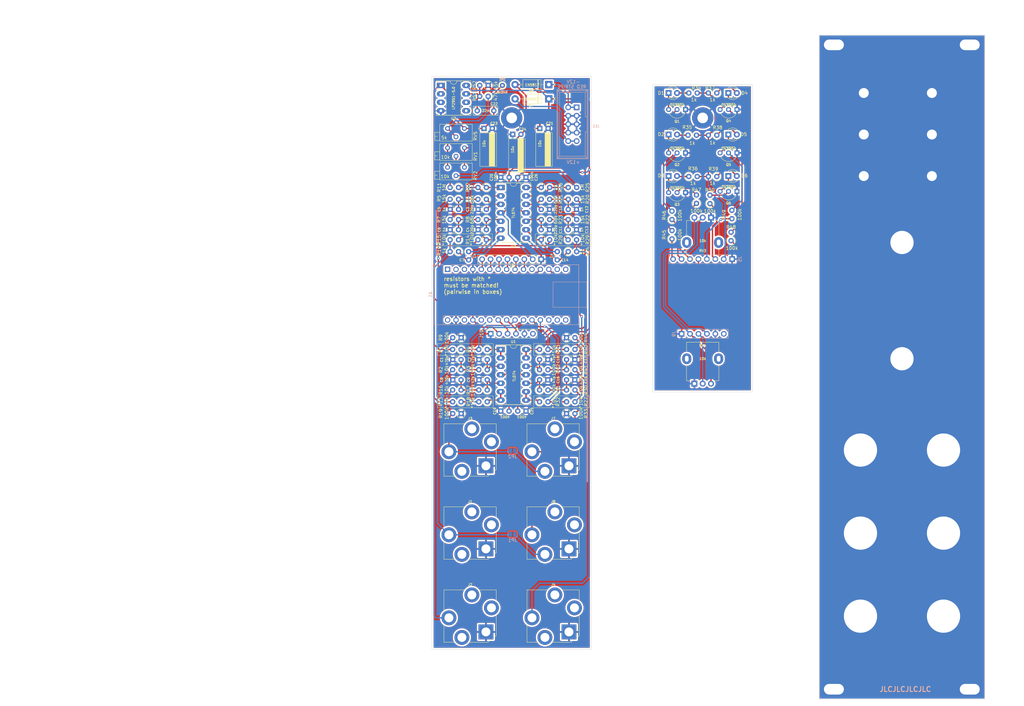
<source format=kicad_pcb>
(kicad_pcb (version 20211014) (generator pcbnew)
  (title_block (title "Freezer"))
  (layers (0 "F.Cu" signal) (31 "B.Cu" signal) (34 "B.Paste" user) (35 "F.Paste" user) (36 "B.SilkS" user "B.Silkscreen") (37 "F.SilkS" user "F.Silkscreen") (38 "B.Mask" user) (39 "F.Mask" user) (44 "Edge.Cuts" user))
  (net 0 "")
  (net 1 "GND")
  (net 2 "-12V")
  (net 3 "+12V")
  (net 12 "OC1A")
  (net 13 "OC1B")
  (net 14 "ADC0")
  (net 15 "ADC1")
  (net 19 "ADC2")
  (net 20 "ADC3")
  (net 22 "+5VA")
  (net 27 "Net-(C2-Pad2)")
  (net 28 "Net-(C5-Pad2)")
  (net 29 "Net-(D1-Pad1)")
  (net 30 "Net-(D1-Pad2)")
  (net 31 "Net-(D2-Pad1)")
  (net 32 "Net-(D2-Pad2)")
  (net 33 "Net-(D3-Pad1)")
  (net 34 "Net-(D3-Pad2)")
  (net 35 "Net-(D4-Pad1)")
  (net 36 "Net-(D4-Pad2)")
  (net 37 "Net-(C1-Pad2)")
  (net 38 "Net-(Q1-Pad2)")
  (net 39 "Net-(Q2-Pad2)")
  (net 40 "Net-(Q3-Pad2)")
  (net 41 "Net-(Q4-Pad2)")
  (net 42 "Net-(C3-Pad2)")
  (net 43 "Net-(C4-Pad2)")
  (net 44 "Net-(C6-Pad2)")
  (net 45 "Net-(C7-Pad2)")
  (net 46 "Net-(C8-Pad2)")
  (net 47 "Net-(C9-Pad2)")
  (net 48 "Net-(C10-Pad2)")
  (net 49 "Net-(C11-Pad2)")
  (net 50 "Net-(C16-Pad2)")
  (net 51 "Net-(D5-Pad1)")
  (net 53 "OUTA")
  (net 54 "OUTB")
  (net 55 "Net-(D5-Pad2)")
  (net 56 "Net-(D6-Pad1)")
  (net 57 "Net-(D6-Pad2)")
  (net 58 "Net-(D7-Pad2)")
  (net 59 "Net-(Q5-Pad2)")
  (net 60 "Net-(Q6-Pad2)")
  (net 61 "Net-(C12-Pad2)")
  (net 62 "Net-(C13-Pad2)")
  (net 63 "Net-(C14-Pad2)")
  (net 64 "Net-(C17-Pad2)")
  (net 65 "Net-(C18-Pad2)")
  (net 66 "cv_in_a")
  (net 67 "cv_in_a_aux")
  (net 68 "cv_in_b")
  (net 69 "cv_in_b_aux")
  (net 72 "pot_scale")
  (net 73 "pot_bias")
  (net 74 "pot_scale_f")
  (net 75 "pot_bias_f")
  (net 76 "Net-(C15-Pad2)")
  (net 81 "Net-(C22-Pad1)")
  (net 82 "LED1")
  (net 83 "LED2")
  (net 84 "LED3")
  (net 85 "LED4")
  (net 86 "LED5")
  (net 87 "LED6")
  (net 88 "LED1_f")
  (net 89 "LED2_f")
  (net 90 "LED3_f")
  (net 91 "LED4_f")
  (net 92 "LED5_f")
  (net 93 "LED6_f")
  (net 94 "Net-(C7-Pad1)")
  (net 95 "Net-(C14-Pad1)")
  (net 96 "Net-(D8-Pad1)")
  (net 97 "b_aux_normalled")
  (net 98 "Net-(R12-Pad1)")
  (net 99 "Net-(R11-Pad1)")
  (net 100 "Net-(R11-Pad2)")
  (net 101 "Net-(R22-Pad2)")
  (net 102 "Net-(R25-Pad1)")
  (net 103 "Net-(R25-Pad2)")
  (net 104 "Net-(R51-Pad1)")
  (net 105 "b_in_normalled")
  (net 106 "Net-(R4-Pad1)")
  (net 107 "Net-(R18-Pad1)")
  (net 108 "Net-(R43-Pad1)")
  (net 109 "Net-(R32-Pad1)")
  (footprint "Kosmo_panel:Kosmo_Jack_Hole" (layer "F.Cu") (at 152.5 205)
    (fp_text reference "REF**" hide)
    (fp_text value "Kosmo_Jack_Hole")
  )
  (footprint "ao_tht:R_Axial_DIN0207_L6.3mm_D2.5mm_P2.54mm_Vertical" (layer "F.Cu") (at 56.388 79.502)
    (fp_text reference "R21")
    (fp_text value "68k")
  )
  (footprint "ao_tht:TO-92_Inline_Wide" (layer "F.Cu") (at 115.316 77.11 180)
    (fp_text reference "Q6")
    (fp_text value "2N3904")
  )
  (footprint "ao_tht:R_Axial_DIN0207_L6.3mm_D2.5mm_P2.54mm_Vertical" (layer "F.Cu") (at 31.496 85.598 180)
    (fp_text reference "R7")
    (fp_text value "15k")
  )
  (footprint "ao_tht:R_Axial_DIN0207_L6.3mm_D2.5mm_P2.54mm_Vertical" (layer "F.Cu") (at 40.132 136.906 180)
    (fp_text reference "R17")
    (fp_text value "100k")
  )
  (footprint "ao_tht:R_Axial_DIN0207_L6.3mm_D2.5mm_P2.54mm_Vertical" (layer "F.Cu") (at 32.258 124.714 180)
    (fp_text reference "R1")
    (fp_text value "*10k")
  )
  (footprint "ao_tht:C_Disc_D3.0mm_W1.6mm_P2.50mm" (layer "F.Cu") (at 28.996 82.55)
    (fp_text reference "C5")
    (fp_text value "1n")
  )
  (footprint "ao_tht:R_Axial_DIN0207_L6.3mm_D2.5mm_P2.54mm_Vertical" (layer "F.Cu") (at 64.516 95.25)
    (fp_text reference "R24")
    (fp_text value "1k")
  )
  (footprint "ao_tht:C_Disc_D3.0mm_W1.6mm_P2.50mm" (layer "F.Cu") (at 51.796 72.898 180)
    (fp_text reference "C26")
    (fp_text value "100n")
  )
  (footprint "quantizer_panel:quantizer_panel" (layer "F.Cu") (at 165 130)
    (fp_text reference "G***")
    (fp_text value "LOGO" hide)
  )
  (footprint "ao_tht:R_Axial_DIN0207_L6.3mm_D2.5mm_P2.54mm_Vertical" (layer "F.Cu") (at 32.258 130.81 180)
    (fp_text reference "R2")
    (fp_text value "10k")
  )
  (footprint "ao_tht:R_Axial_DIN0207_L6.3mm_D2.5mm_P2.54mm_Vertical" (layer "F.Cu") (at 39.878 91.694 180)
    (fp_text reference "R14")
    (fp_text value "*10k")
  )
  (footprint "Kosmo_panel:Kosmo_Jack_Hole" (layer "F.Cu") (at 177.5 155)
    (fp_text reference "REF**" hide)
    (fp_text value "Kosmo_Jack_Hole")
  )
  (footprint "ao_tht:R_Axial_DIN0207_L6.3mm_D2.5mm_P2.54mm_Vertical" (layer "F.Cu") (at 95.758 91.44 90)
    (fp_text reference "R45")
    (fp_text value "100k")
  )
  (footprint "ao_tht:C_Disc_D3.0mm_W1.6mm_P2.50mm" (layer "F.Cu") (at 67.016 82.55 180)
    (fp_text reference "C12")
    (fp_text value "1n")
  )
  (footprint "ao_tht:R_Axial_DIN0207_L6.3mm_D2.5mm_P2.54mm_Vertical" (layer "F.Cu") (at 39.878 79.502 180)
    (fp_text reference "R6")
    (fp_text value "68k")
  )
  (footprint "LED_THT:LED_D3.0mm_FlatTop" (layer "F.Cu") (at 112.725 60)
    (fp_text reference "D5")
    (fp_text value "LED_red")
  )
  (footprint "MountingHole:MountingHole_3.2mm_M3_Pad" (layer "F.Cu") (at 47.5 55)
    (fp_text reference " ")
    (fp_text value "MountingHole_3.2mm_M3_Pad")
  )
  (footprint "ao_tht:TO-92_Inline_Wide" (layer "F.Cu") (at 99.822 52.472 180)
    (fp_text reference "Q1")
    (fp_text value "2N3904")
  )
  (footprint "ao_tht:C_Disc_D3.0mm_W1.6mm_P2.50mm" (layer "F.Cu") (at 58.888 82.55 180)
    (fp_text reference "C10")
    (fp_text value "220p")
  )
  (footprint "Kosmo_panel:Kosmo_Jack_Hole" (layer "F.Cu") (at 177.5 205)
    (fp_text reference "REF**" hide)
    (fp_text value "Kosmo_Jack_Hole")
  )
  (footprint "ao_tht:C_Disc_D3.0mm_W1.6mm_P2.50mm" (layer "F.Cu") (at 58.888 88.646 180)
    (fp_text reference "C11")
    (fp_text value "220p")
  )
  (footprint "ao_tht:DIP-8_W7.62mm_Socket_LongPads" (layer "F.Cu") (at 26.172 45.222)
    (fp_text reference "U3")
    (fp_text value "LP2951-5.0")
  )
  (footprint "ao_tht:Potentiometer_Bourns_3296Z_Horizontal" (layer "F.Cu") (at 33.264 58.166)
    (fp_text reference "RV5")
    (fp_text value "5k")
  )
  (footprint "ao_tht:R_Axial_DIN0207_L6.3mm_D2.5mm_P2.54mm_Vertical" (layer "F.Cu") (at 64.516 75.946)
    (fp_text reference "R25")
    (fp_text value "1M")
  )
  (footprint "ao_tht:C_Disc_D3.0mm_W1.6mm_P2.50mm" (layer "F.Cu") (at 44.216 72.898)
    (fp_text reference "C20")
    (fp_text value "100n")
  )
  (footprint "Kosmo_panel:Kosmo_Panel_Dual_Slotted_Mounting_Holes" (layer "F.Cu") (at 143.1 227)
    (fp_text reference "REF**" hide)
    (fp_text value "Kosmo_Panel_Dual_Slotted_Mounting_Holes")
  )
  (footprint "ao_tht:C_Disc_D3.0mm_W1.6mm_P2.50mm" (layer "F.Cu") (at 37.632 133.858)
    (fp_text reference "C9")
    (fp_text value "47p")
  )
  (footprint "ao_tht:TO-92_Inline_Wide" (layer "F.Cu") (at 115.316 65.532 180)
    (fp_text reference "Q5")
    (fp_text value "2N3904")
  )
  (footprint "ao_tht:C_Disc_D3.0mm_W1.6mm_P2.50mm" (layer "F.Cu") (at 28.976 88.646)
    (fp_text reference "C6")
    (fp_text value "1n")
  )
  (footprint "ao_tht:R_Axial_DIN0207_L6.3mm_D2.5mm_P2.54mm_Vertical" (layer "F.Cu") (at 64.516 79.502)
    (fp_text reference "R20")
    (fp_text value "15k")
  )
  (footprint "LED_THT:LED_D3.0mm_FlatTop" (layer "F.Cu") (at 94.725 72.5)
    (fp_text reference "D3")
    (fp_text value "LED_red")
  )
  (footprint "ao_tht:C_Disc_D3.0mm_W1.6mm_P2.50mm" (layer "F.Cu") (at 51.816 143.256 180)
    (fp_text reference "C25")
    (fp_text value "100n")
  )
  (footprint "ao_tht:R_Axial_DIN0207_L6.3mm_D2.5mm_P2.54mm_Vertical" (layer "F.Cu") (at 109.249 60.198 180)
    (fp_text reference "R38")
    (fp_text value "1k")
  )
  (footprint "ao_tht:Jack_6.35mm_PJ_629HAN" (layer "F.Cu") (at 35 180)
    (fp_text reference "J1")
    (fp_text value "cv_in_a")
  )
  (footprint "Kosmo_panel:Kosmo_LED_3mm" (layer "F.Cu") (at 174 47.5)
    (fp_text reference "REF**" hide)
    (fp_text value "Kosmo_3mm_LED")
  )
  (footprint "ao_tht:TO-92_Inline_Wide" (layer "F.Cu") (at 99.822 77.47 180)
    (fp_text reference "Q3")
    (fp_text value "2N3904")
  )
  (footprint "ao_tht:R_Axial_DIN0207_L6.3mm_D2.5mm_P2.54mm_Vertical" (layer "F.Cu") (at 64.487 91.694)
    (fp_text reference "R29")
    (fp_text value "*10k")
  )
  (footprint "ao_tht:R_Axial_DIN0207_L6.3mm_D2.5mm_P2.54mm_Vertical" (layer "F.Cu") (at 56.388 85.598)
    (fp_text reference "R23")
    (fp_text value "68k")
  )
  (footprint "ao_tht:R_Axial_DIN0207_L6.3mm_D2.5mm_P2.54mm_Vertical" (layer "F.Cu") (at 40.415 48.514 180)
    (fp_text reference "R51")
    (fp_text value "47k")
  )
  (footprint "MountingHole:MountingHole_3.2mm_M3_Pad" (layer "F.Cu") (at 105 55)
    (fp_text reference " ")
    (fp_text value "MountingHole_3.2mm_M3_Pad")
  )
  (footprint "ao_tht:CP_Radial_horizontalflat_D5mm_P2.50mm_H10mm_south" (layer "F.Cu") (at 55.967621 58.166)
    (fp_text reference "C21")
    (fp_text value "10u")
  )
  (footprint "ao_tht:R_Axial_DIN0207_L6.3mm_D2.5mm_P2.54mm_Vertical" (layer "F.Cu") (at 113.538 91.948 90)
    (fp_text reference "R48")
    (fp_text value "100k")
  )
  (footprint "ao_tht:R_Axial_DIN0207_L6.3mm_D2.5mm_P2.54mm_Vertical" (layer "F.Cu") (at 40.132 124.714 180)
    (fp_text reference "R4")
    (fp_text value "*10k")
  )
  (footprint "ao_tht:R_Axial_DIN0207_L6.3mm_D2.5mm_P2.54mm_Vertical" (layer "F.Cu") (at 113.792 85.344 90)
    (fp_text reference "R49")
    (fp_text value "100k")
  )
  (footprint "ao_tht:C_Disc_D3.0mm_W1.6mm_P2.50mm" (layer "F.Cu") (at 44.196 143.256)
    (fp_text reference "C19")
    (fp_text value "100n")
  )
  (footprint "ao_tht:CP_Radial_horizontalflat_D5mm_P2.50mm_H10mm_south" (layer "F.Cu") (at 47.792 59.944)
    (fp_text reference "C24")
    (fp_text value "10u")
  )
  (footprint "ao_tht:R_Axial_DIN0207_L6.3mm_D2.5mm_P2.54mm_Vertical" (layer "F.Cu") (at 31.496 79.502 180)
    (fp_text reference "R5")
    (fp_text value "15k")
  )
  (footprint "ao_tht:R_Axial_DIN0207_L6.3mm_D2.5mm_P2.54mm_Vertical" (layer "F.Cu") (at 55.88 140.462)
    (fp_text reference "R32")
    (fp_text value "*10k")
  )
  (footprint "ao_tht:R_Axial_DIN0207_L6.3mm_D2.5mm_P2.54mm_Vertical" (layer "F.Cu") (at 40.132 140.462 180)
    (fp_text reference "R18")
    (fp_text value "*10k")
  )
  (footprint "ao_tht:CP_Radial_horizontalflat_D5mm_P2.50mm_H10mm_south" (layer "F.Cu") (at 39.156 58.166)
    (fp_text reference "C23")
    (fp_text value "10u")
  )
  (footprint "Connector_PinSocket_2.54mm:PinSocket_1x08_P2.54mm_Vertical" (layer "F.Cu") (at 56.373 97.561 -90)
    (fp_text reference "J6")
    (fp_text value "Conn_01x08_Female")
  )
  (footprint "ao_tht:R_Axial_DIN0207_L6.3mm_D2.5mm_P2.54mm_Vertical" (layer "F.Cu") (at 100.809 47.498)
    (fp_text reference "R34")
    (fp_text value "1k")
  )
  (footprint "LED_THT:LED_D3.0mm_FlatTop" (layer "F.Cu") (at 112.725 47.5)
    (fp_text reference "D4")
    (fp_text value "LED_red")
  )
  (footprint "ao_tht:R_Axial_DIN0207_L6.3mm_D2.5mm_P2.54mm_Vertical" (layer "F.Cu") (at 64.008 124.714)
    (fp_text reference "R40")
    (fp_text value "*10k")
  )
  (footprint "Kosmo_panel:Kosmo_LED_3mm" (layer "F.Cu") (at 174 72.5)
    (fp_text reference "REF**" hide)
    (fp_text value "Kosmo_3mm_LED")
  )
  (footprint "Kosmo_panel:Kosmo_Panel_Dual_Slotted_Mounting_Holes" (layer "F.Cu") (at 184 227)
    (fp_text reference "REF**" hide)
    (fp_text value "Kosmo_Panel_Dual_Slotted_Mounting_Holes")
  )
  (footprint "ao_tht:C_Disc_D3.0mm_W1.6mm_P2.50mm" (layer "F.Cu") (at 29.758 133.858)
    (fp_text reference "C8")
    (fp_text value "470p")
  )
  (footprint "ao_tht:R_Axial_DIN0207_L6.3mm_D2.5mm_P2.54mm_Vertical" (layer "F.Cu") (at 40.415 45.212 180)
    (fp_text reference "R52")
    (fp_text value "15k")
  )
  (footprint "ao_tht:R_Axial_DIN0207_L6.3mm_D2.5mm_P2.54mm_Vertical" (layer "F.Cu") (at 32.287 144.018 180)
    (fp_text reference "R19")
    (fp_text value "100k")
  )
  (footprint "ao_tht:TestPoint_THTPad_D1.5mm_Drill0.7mm" (layer "F.Cu") (at 44.704 45.212)
    (fp_text reference "TP1")
    (fp_text value "5.34V")
  )
  (footprint "ao_tht:D_DO-41_SOD81_P10.16mm_Horizontal" (layer "F.Cu") (at 58.674 49.276 180)
    (fp_text reference "D7")
    (fp_text value "1N5817")
  )
  (footprint "ao_tht:R_Axial_DIN0207_L6.3mm_D2.5mm_P2.54mm_Vertical" (layer "F.Cu") (at 40.132 130.81 180)
    (fp_text reference "R3")
    (fp_text value "100k")
  )
  (footprint "LED_THT:LED_D3.0mm_FlatTop" (layer "F.Cu") (at 94.725 60)
    (fp_text reference "D2")
    (fp_text value "LED_red")
  )
  (footprint "ao_tht:R_Axial_DIN0207_L6.3mm_D2.5mm_P2.54mm_Vertical" (layer "F.Cu") (at 95.758 85.598 90)
    (fp_text reference "R46")
    (fp_text value "100k")
  )
  (footprint "LED_THT:LED_D3.0mm_FlatTop" (layer "F.Cu") (at 94.725 47.5)
    (fp_text reference "D1")
    (fp_text value "LED_red")
  )
  (footprint "ao_tht:C_Disc_D3.0mm_W1.6mm_P2.50mm" (layer "F.Cu") (at 58.38 127.762 180)
    (fp_text reference "C18")
    (fp_text value "47p")
  )
  (footprint "Kosmo_panel:Kosmo_Jack_Hole" (layer "F.Cu") (at 152.5 155)
    (fp_text reference "REF**" hide)
    (fp_text value "Kosmo_Jack_Hole")
  )
  (footprint "ao_tht:R_Axial_DIN0207_L6.3mm_D2.5mm_P2.54mm_Vertical" (layer "F.Cu") (at 64.008 144.018)
    (fp_text reference "R33")
    (fp_text value "100k")
  )
  (footprint "ao_tht:DIP-14_W7.62mm_Socket_LongPads" (layer "F.Cu") (at 44.196 124.714)
    (fp_text reference "U1")
    (fp_text value "TL074")
  )
  (footprint "ao_tht:Potentiometer_Alpha_RD901F-40-00D_Single_Vertical_centered" (layer "F.Cu") (at 105 127.5 90)
    (fp_text reference "RV4")
    (fp_text value "10k")
  )
  (footprint "ao_tht:R_Axial_DIN0207_L6.3mm_D2.5mm_P2.54mm_Vertical" (layer "F.Cu") (at 31.496 75.946 180)
    (fp_text reference "R11")
    (fp_text value "1M")
  )
  (footprint "ao_tht:R_Axial_DIN0207_L6.3mm_D2.5mm_P2.54mm_Vertical" (layer "F.Cu") (at 32.258 140.462 180)
    (fp_text reference "R13")
    (fp_text value "*10k")
  )
  (footprint "ao_tht:C_Disc_D3.0mm_W1.6mm_P2.50mm" (layer "F.Cu") (at 37.632 127.762)
    (fp_text reference "C2")
    (fp_text value "47p")
  )
  (footprint "ao_tht:R_Axial_DIN0207_L6.3mm_D2.5mm_P2.54mm_Vertical" (layer "F.Cu") (at 31.496 91.694 180)
    (fp_text reference "R15")
    (fp_text value "*10k")
  )
  (footprint "ao_tht:C_Disc_D3.0mm_W1.6mm_P2.50mm" (layer "F.Cu") (at 58.38 133.858 180)
    (fp_text reference "C16")
    (fp_text value "47p")
  )
  (footprint "ao_tht:Jack_6.35mm_PJ_629HAN" (layer "F.Cu") (at 60 155)
    (fp_text reference "J7")
    (fp_text value "cv_in_b_aux")
  )
  (footprint "ao_tht:R_Axial_DIN0207_L6.3mm_D2.5mm_P2.54mm_Vertical" (layer "F.Cu") (at 32.258 136.906 180)
    (fp_text reference "R16")
    (fp_text value "10k")
  )
  (footprint "Kosmo_panel:Kosmo_LED_3mm" (layer "F.Cu") (at 174 60)
    (fp_text reference "REF**" hide)
    (fp_text value "Kosmo_3mm_LED")
  )
  (footprint "Kosmo_panel:Kosmo_Pot_Hole" (layer "F.Cu") (at 165 92.5)
    (fp_text reference "REF**" hide)
    (fp_text value "Kosmo_Pot_Hole")
  )
  (footprint "ao_tht:C_Disc_D3.0mm_W1.6mm_P2.50mm" (layer "F.Cu") (at 29.758 127.762)
    (fp_text reference "C1")
    (fp_text value "470p")
  )
  (footprint "ao_tht:DIP-14_W7.62mm_Socket_LongPads" (layer "F.Cu") (at 44.206 75.946)
    (fp_text reference "U2")
    (fp_text value "TL074")
  )
  (footprint "Kosmo_panel:Kosmo_Jack_Hole" (layer "F.Cu") (at 152.5 180)
    (fp_text reference "REF**" hide)
    (fp_text value "Kosmo_Jack_Hole")
  )
  (footprint "Kosmo_panel:Kosmo_Pot_Hole" (layer "F.Cu") (at 165 127.5)
    (fp_text reference "REF**" hide)
    (fp_text value "Kosmo_Pot_Hole")
  )
  (footprint "ao_tht:R_Axial_DIN0207_L6.3mm_D2.5mm_P2.54mm_Vertical" (layer "F.Cu") (at 64.008 140.462)
    (fp_text reference "R27")
    (fp_text value "*10k")
  )
  (footprint "Kosmo_panel:Kosmo_LED_3mm" (layer "F.Cu") (at 153.5 60)
    (fp_text reference "REF**" hide)
    (fp_text value "Kosmo_3mm_LED")
  )
  (footprint "Kosmo_panel:Kosmo_LED_3mm" (layer "F.Cu") (at 153.5 47.5)
    (fp_text reference "REF**" hide)
    (fp_text value "Kosmo_3mm_LED")
  )
  (footprint "ao_tht:R_Axial_DIN0207_L6.3mm_D2.5mm_P2.54mm_Vertical" (layer "F.Cu") (at 55.88 136.906)
    (fp_text reference "R31")
    (fp_text value "100k")
  )
  (footprint "ao_tht:R_Axial_DIN0207_L6.3mm_D2.5mm_P2.54mm_Vertical" (layer "F.Cu") (at 55.88 130.81)
    (fp_text reference "R42")
    (fp_text value "100k")
  )
  (footprint "ao_tht:R_Axial_DIN0207_L6.3mm_D2.5mm_P2.54mm_Vertical" (layer "F.Cu") (at 100.809 72.644)
    (fp_text reference "R36")
    (fp_text value "1k")
  )
  (footprint "ao_tht:R_Axial_DIN0207_L6.3mm_D2.5mm_P2.54mm_Vertical" (layer "F.Cu") (at 32.287 121.158 180)
    (fp_text reference "R9")
    (fp_text value "100k")
  )
  (footprint "ao_tht:Jack_6.35mm_PJ_629HAN" (layer "F.Cu") (at 60 180)
    (fp_text reference "J8")
    (fp_text value "cv_in_b")
  )
  (footprint "ao_tht:R_Axial_DIN0207_L6.3mm_D2.5mm_P2.54mm_Vertical" (layer "F.Cu") (at 109.249 72.644 180)
    (fp_text reference "R39")
    (fp_text value "1k")
  )
  (footprint "LED_THT:LED_D3.0mm_FlatTop" (layer "F.Cu") (at 112.725 72.5)
    (fp_text reference "D6")
    (fp_text value "LED_red")
  )
  (footprint "ao_tht:R_Axial_DIN0207_L6.3mm_D2.5mm_P2.54mm_Vertical" (layer "F.Cu") (at 39.878 75.946 180)
    (fp_text reference "R12")
    (fp_text value "1k")
  )
  (footprint "ao_tht:R_Axial_DIN0207_L6.3mm_D2.5mm_P2.54mm_Vertical" (layer "F.Cu") (at 64.008 136.906)
    (fp_text reference "R30")
    (fp_text value "10k")
  )
  (footprint "ao_tht:R_Axial_DIN0207_L6.3mm_D2.5mm_P2.54mm_Vertical" (layer "F.Cu") (at 107.188 80.801 90)
    (fp_text reference "R50")
    (fp_text value "100k")
  )
  (footprint "ao_tht:R_Axial_DIN0207_L6.3mm_D2.5mm_P2.54mm_Vertical" (layer "F.Cu") (at 109.249 47.498 180)
    (fp_text reference "R37")
    (fp_text value "1k")
  )
  (footprint "Kosmo_panel:Kosmo_LED_3mm" (layer "F.Cu") (at 153.5 72.5)
    (fp_text reference "REF**" hide)
    (fp_text value "Kosmo_3mm_LED")
  )
  (footprint "ao_tht:R_Axial_DIN0207_L6.3mm_D2.5mm_P2.54mm_Vertical" (layer "F.Cu") (at 64.008 130.81)
    (fp_text reference "R41")
    (fp_text value "10k")
  )
  (footprint "ao_tht:Jack_6.35mm_PJ_629HAN" (layer "F.Cu") (at 35 205)
    (fp_text reference "J2")
    (fp_text value "cv_out_a")
  )
  (footprint "ao_tht:R_Axial_DIN0207_L6.3mm_D2.5mm_P2.54mm_Vertical" (layer "F.Cu") (at 55.88 124.714)
    (fp_text reference "R43")
    (fp_text value "*10k")
  )
  (footprint "ao_tht:Jack_6.35mm_PJ_629HAN" (layer "F.Cu") (at 60 205)
    (fp_text reference "J4")
    (fp_text value "cv_out_b")
  )
  (footprint "ao_tht:Potentiometer_Bourns_3296Z_Horizontal" (layer "F.Cu") (at 33.274 64.008)
    (fp_text reference "RV1")
    (fp_text value "10k")
  )
  (footprint "ao_tht:R_Axial_DIN0207_L6.3mm_D2.5mm_P2.54mm_Vertical" (layer "F.Cu") (at 64.008 121.158)
    (fp_text reference "R44")
    (fp_text value "100k")
  )
  (footprint "ao_tht:R_Axial_DIN0207_L6.3mm_D2.5mm_P2.54mm_Vertical" (layer "F.Cu") (at 31.496 95.25 180)
    (fp_text reference "R10")
    (fp_text value "1k")
  )
  (footprint "ao_tht:R_Axial_DIN0207_L6.3mm_D2.5mm_P2.54mm_Vertical" (layer "F.Cu") (at 56.388 75.946)
    (fp_text reference "R26")
    (fp_text value "1k")
  )
  (footprint "ao_tht:C_Disc_D3.0mm_W1.6mm_P2.50mm" (layer "F.Cu") (at 34.544 97.75 90)
    (fp_text reference "C7")
    (fp_text value "1n")
  )
  (footprint "ao_tht:R_Axial_DIN0207_L6.3mm_D2.5mm_P2.54mm_Vertical" (layer "F.Cu") (at 64.516 85.598)
    (fp_text reference "R22")
    (fp_text value "15k")
  )
  (footprint "ao_tht:C_Disc_D3.0mm_W1.6mm_P2.50mm" (layer "F.Cu") (at 61.214 97.75 90)
    (fp_text reference "C14")
    (fp_text value "1n")
  )
  (footprint "ao_tht:R_Axial_DIN0207_L6.3mm_D2.5mm_P2.54mm_Vertical" (layer "F.Cu") (at 56.388 91.694)
    (fp_text reference "R28")
    (fp_text value "*10k")
  )
  (footprint "ao_tht:Jack_6.35mm_PJ_629HAN" (layer "F.Cu") (at 35 155)
    (fp_text reference "J3")
    (fp_text value "cv_in_a_aux")
  )
  (footprint "ao_tht:R_Axial_DIN0207_L6.3mm_D2.5mm_P2.54mm_Vertical" (layer "F.Cu") (at 39.878 85.598 180)
    (fp_text reference "R8")
    (fp_text value "68k")
  )
  (footprint "Connector_PinSocket_2.54mm:PinSocket_1x06_P2.54mm_Vertical" (layer "F.Cu") (at 41.175 119.975 90)
    (fp_text reference "J10")
    (fp_text value "Conn_01x06_Female")
  )
  (footprint "ao_tht:C_Rect_L7.2mm_W2.5mm_P5.00mm_FKS2_FKP2_MKS2_MKP2" (layer "F.Cu") (at 37.124 52.832)
    (fp_text reference "C22")
    (fp_text value "22n")
  )
  (footprint "ao_tht:C_Disc_D3.0mm_W1.6mm_P2.50mm" (layer "F.Cu") (at 66.508 133.858 180)
    (fp_text reference "C15")
    (fp_text value "470p")
  )
  (footprint "ao_tht:R_Axial_DIN0207_L6.3mm_D2.5mm_P2.54mm_Vertical" (layer "F.Cu") (at 103.124 80.743 90)
    (fp_text reference "R47")
    (fp_text value "100k")
  )
  (footprint "ao_tht:Potentiometer_Bourns_3296Z_Horizontal" (layer "F.Cu") (at 33.272 69.87)
    (fp_text reference "RV2")
    (fp_text value "10k")
  )
  (footprint "ao_tht:C_Disc_D3.0mm_W1.6mm_P2.50mm" (layer "F.Cu") (at 66.508 127.762 180)
    (fp_text reference "C17")
    (fp_text value "470p")
  )
  (footprint "ao_tht:TO-92_Inline_Wide" (layer "F.Cu") (at 99.822 65.532 180)
    (fp_text reference "Q2")
    (fp_text value "2N3904")
  )
  (footprint "ao_tht:R_Axial_DIN0207_L6.3mm_D2.5mm_P2.54mm_Vertical" (layer "F.Cu") (at 100.584 60.198)
    (fp_text reference "R35")
    (fp_text value "1k")
  )
  (footprint "ao_tht:C_Disc_D3.0mm_W1.6mm_P2.50mm" (layer "F.Cu") (at 67.016 88.646 180)
    (fp_text reference "C13")
    (fp_text value "1n")
  )
  (footprint "Kosmo_panel:Kosmo_Jack_Hole" (layer "F.Cu") (at 177.5 180)
    (fp_text reference "REF**" hide)
    (fp_text value "Kosmo_Jack_Hole")
  )
  (footprint "ao_tht:TO-92_Inline_Wide" (layer "F.Cu") (at 115.316 52.472 180)
    (fp_text reference "Q4")
    (fp_text value "2N3904")
  )
  (footprint "ao_tht:D_DO-41_SOD81_P10.16mm_Horizontal" (layer "F.Cu") (at 58.674 44.958 180)
    (fp_text reference "D8")
    (fp_text value "1N5817")
  )
  (footprint "ao_tht:C_Disc_D3.0mm_W1.6mm_P2.50mm" (layer "F.Cu") (at 37.378 82.55)
    (fp_text reference "C3")
    (fp_text value "220p")
  )
  (footprint "ao_tht:Potentiometer_Alpha_RD901F-40-00D_Single_Vertical_centered" (layer "F.Cu") (at 105 92.5 -90)
    (fp_text reference "RV3")
    (fp_text value "10k")
  )
  (footprint "ao_tht:C_Disc_D3.0mm_W1.6mm_P2.50mm" (layer "F.Cu") (at 37.378 88.646)
    (fp_text reference "C4")
    (fp_text value "220p")
  )
  (footprint "Jumper:SolderJumper-2_P1.3mm_Open_RoundedPad1.0x1.5mm" (layer "B.Cu") (at 47.752 180.34)
    (fp_text reference "JP1")
    (fp_text value "SolderJumper_2_Open")
  )
  (footprint "Connector_PinHeader_2.54mm:PinHeader_1x06_P2.54mm_Vertical" (layer "B.Cu") (at 98.65 120 -90)
    (fp_text reference "J9")
    (fp_text value "Conn_01x06_Male")
  )
  (footprint "Module:Arduino_Nano" (layer "B.Cu") (at 28.194 100.594 -90)
    (fp_text reference "A1")
    (fp_text value "Arduino_Nano_v3.x")
  )
  (footprint "Connector_PinHeader_2.54mm:PinHeader_1x08_P2.54mm_Vertical" (layer "B.Cu") (at 113.875 97.5 90)
    (fp_text reference "J5")
    (fp_text value "Conn_01x08_Male")
  )
  (footprint "Jumper:SolderJumper-2_P1.3mm_Open_RoundedPad1.0x1.5mm" (layer "B.Cu") (at 47.752 155.194)
    (fp_text reference "JP2")
    (fp_text value "SolderJumper_2_Open")
  )
  (footprint "ao_tht:Power_Header" (layer "B.Cu") (at 67.056 51.816 180)
    (fp_text reference "J11")
    (fp_text value "Synth_power_2x5")
  )
  (gr_rect (start 54.61 89.916) (end 71.374 93.472) (layer "F.SilkS") (width 0.1) (fill none))
  (gr_rect (start 54.102 138.684) (end 70.866 142.24) (layer "F.SilkS") (width 0.1) (fill none))
  (gr_rect (start 24.892 89.916) (end 41.656 93.472) (layer "F.SilkS") (width 0.1) (fill none))
  (gr_rect (start 25.146 138.684) (end 41.91 142.24) (layer "F.SilkS") (width 0.1) (fill none))
  (gr_rect (start 54.102 122.936) (end 70.866 126.492) (layer "F.SilkS") (width 0.1) (fill none))
  (gr_rect (start 25.146 122.936) (end 41.91 126.492) (layer "F.SilkS") (width 0.1) (fill none))
  (gr_line (start 120 137.5) (end 90 137.5) (layer "Edge.Cuts") (width 0.1))
  (gr_line (start 71.5 215) (end 23.5 215) (layer "Edge.Cuts") (width 0.1))
  (gr_line (start 23.5 42.5) (end 23.5 215) (layer "Edge.Cuts") (width 0.1))
  (gr_line (start 71.5 42.5) (end 23.5 42.5) (layer "Edge.Cuts") (width 0.1))
  (gr_line (start 71.5 42.5) (end 71.5 215) (layer "Edge.Cuts") (width 0.1))
  (gr_line (start 190 30) (end 190 230) (layer "Edge.Cuts") (width 0.1))
  (gr_line (start 190 30) (end 140 30) (layer "Edge.Cuts") (width 0.1))
  (gr_line (start 120 45) (end 90 45) (layer "Edge.Cuts") (width 0.1))
  (gr_line (start 90 45) (end 90 137.5) (layer "Edge.Cuts") (width 0.1))
  (gr_line (start 120 45) (end 120 137.5) (layer "Edge.Cuts") (width 0.1))
  (gr_line (start 140 230) (end 190 230) (layer "Edge.Cuts") (width 0.1))
  (gr_line (start 140 30) (end 140 230) (layer "Edge.Cuts") (width 0.1))
  (gr_text "JLCJLCJLCJLC" (at 166 227) (layer "B.SilkS") (effects (font (size 1.5 1.5) (thickness 0.3))))
  (gr_text "resistors with * \nmust be matched!\n(pairwise in boxes)" (at 26.924 105.41) (layer "F.SilkS") (effects (font (size 1.2 1.2) (thickness 0.2)) (justify left)))
  (segment (start 49.296 81.808) (end 49.296 72.898) (width 0.4) (layer "F.Cu") (net 2))
  (segment (start 56.388 122.428) (end 50.292 122.428) (width 0.4) (layer "F.Cu") (net 2))
  (segment (start 50.292 59.944) (end 51.816 58.42) (width 0.4) (layer "F.Cu") (net 2))
  (segment (start 28.194 62.992) (end 29.21 61.976) (width 0.4) (layer "F.Cu") (net 2))
  (segment (start 69.85 119.38) (end 59.436 119.38) (width 0.4) (layer "F.Cu") (net 2))
  (segment (start 70.866 70.612) (end 70.866 50.038) (width 0.4) (layer "F.Cu") (net 2))
  (segment (start 49.316 123.484) (end 49.316 129.246) (width 0.4) (layer "F.Cu") (net 2))
  (segment (start 70.866 118.364) (end 69.85 119.38) (width 0.4) (layer "F.Cu") (net 2))
  (segment (start 68.759 71.374) (end 50.82 71.374) (width 0.4) (layer "F.Cu") (net 2))
  (segment (start 70.866 70.612) (end 70.866 118.364) (width 0.4) (layer "F.Cu") (net 2))
  (segment (start 28.194 64.008) (end 28.194 69.868) (width 0.4) (layer "F.Cu") (net 2))
  (segment (start 51.816 48.26) (end 48.514 44.958) (width 0.4) (layer "F.Cu") (net 2))
  (segment (start 68.072 47.244) (end 55.372 47.244) (width 0.4) (layer "F.Cu") (net 2))
  (segment (start 51.826 83.566) (end 51.054 83.566) (width 0.4) (layer "F.Cu") (net 2))
  (segment (start 53.086 44.958) (end 48.514 44.958) (width 0.4) (layer "F.Cu") (net 2))
  (segment (start 50.82 71.374) (end 49.296 72.898) (width 0.4) (layer "F.Cu") (net 2))
  (segment (start 68.7965 71.4115) (end 68.759 71.374) (width 0.4) (layer "F.Cu") (net 2))
  (segment (start 55.372 47.244) (end 53.086 44.958) (width 0.4) (layer "F.Cu") (net 2))
  (segment (start 51.816 58.42) (end 51.816 48.26) (width 0.4) (layer "F.Cu") (net 2))
  (segment (start 59.436 119.38) (end 56.388 122.428) (width 0.4) (layer "F.Cu") (net 2))
  (segment (start 29.21 61.976) (end 48.26 61.976) (width 0.4) (layer "F.Cu") (net 2))
  (segment (start 49.316 131.104) (end 49.316 129.246) (width 0.4) (layer "F.Cu") (net 2))
  (segment (start 28.194 69.868) (end 28.192 69.87) (width 0.4) (layer "F.Cu") (net 2))
  (segment (start 50.292 122.428) (end 49.276 123.444) (width 0.4) (layer "F.Cu") (net 2))
  (segment (start 28.194 64.008) (end 28.194 62.992) (width 0.4) (layer "F.Cu") (net 2))
  (segment (start 51.054 83.566) (end 49.296 81.808) (width 0.4) (layer "F.Cu") (net 2))
  (segment (start 51.816 132.334) (end 50.546 132.334) (width 0.4) (layer "F.Cu") (net 2))
  (segment (start 70.866 50.038) (end 68.072 47.244) (width 0.4) (layer "F.Cu") (net 2))
  (segment (start 48.26 61.976) (end 50.292 59.944) (width 0.4) (layer "F.Cu") (net 2))
  (segment (start 49.316 143.256) (end 49.316 129.246) (width 0.4) (layer "F.Cu") (net 2))
  (segment (start 50.546 132.334) (end 49.316 131.104) (width 0.4) (layer "F.Cu") (net 2))
  (segment (start 49.276 123.444) (end 49.316 123.484) (width 0.4) (layer "F.Cu") (net 2))
  (via (at 68.7965 71.4115) (size 0.8) (drill 0.4) (layers "F.Cu" "B.Cu") (net 2))
  (via (at 70.866 70.612) (size 0.8) (drill 0.4) (layers "F.Cu" "B.Cu") (net 2))
  (segment (start 70.866 70.612) (end 70.0665 71.4115) (width 0.4) (layer "B.Cu") (net 2))
  (segment (start 70.0665 71.4115) (end 68.7965 71.4115) (width 0.4) (layer "B.Cu") (net 2))
  (segment (start 44.958 83.566) (end 46.736 81.788) (width 0.4) (layer "F.Cu") (net 3))
  (segment (start 48.006 70.104) (end 46.716 71.394) (width 0.4) (layer "F.Cu") (net 3))
  (segment (start 46.696 143.256) (end 46.696 129.5) (width 0.4) (layer "F.Cu") (net 3))
  (segment (start 49.53 121.666) (end 55.626 121.666) (width 0.4) (layer "F.Cu") (net 3))
  (segment (start 106.709 60.198) (end 108.712 58.195) (width 0.4) (layer "F.Cu") (net 3))
  (segment (start 55.626 121.666) (end 58.928 118.364) (width 0.4) (layer "F.Cu") (net 3))
  (segment (start 69.088 70.104) (end 48.006 70.104) (width 0.4) (layer "F.Cu") (net 3))
  (segment (start 69.596 117.602) (end 69.596 70.612) (width 0.4) (layer "F.Cu") (net 3))
  (segment (start 58.674 49.276) (end 68.58 49.276) (width 0.4) (layer "F.Cu") (net 3))
  (segment (start 58.674 54.189621) (end 55.967621 56.896) (width 0.4) (layer "F.Cu") (net 3))
  (segment (start 103.349 47.498) (end 106.709 47.498) (width 0.4) (layer "F.Cu") (net 3))
  (segment (start 68.58 49.276) (end 69.596 50.292) (width 0.4) (layer "F.Cu") (net 3))
  (segment (start 44.206 83.566) (end 44.958 83.566) (width 0.4) (layer "F.Cu") (net 3))
  (segment (start 55.967621 56.896) (end 55.967621 58.166) (width 0.4) (layer "F.Cu") (net 3))
  (segment (start 108.712 58.195) (end 108.712 49.501) (width 0.4) (layer "F.Cu") (net 3))
  (segment (start 58.928 118.364) (end 68.834 118.364) (width 0.4) (layer "F.Cu") (net 3))
  (segment (start 46.716 71.394) (end 46.716 72.898) (width 0.4) (layer "F.Cu") (net 3))
  (segment (start 46.696 124.5) (end 49.53 121.666) (width 0.4) (layer "F.Cu") (net 3))
  (segment (start 48.768 64.008) (end 33.274 64.008) (width 0.4) (layer "F.Cu") (net 3))
  (segment (start 108.712 49.501) (end 106.709 47.498) (width 0.4) (layer "F.Cu") (net 3))
  (segment (start 103.349 72.644) (end 106.709 72.644) (width 0.4) (layer "F.Cu") (net 3))
  (segment (start 54.61 58.166) (end 48.768 64.008) (width 0.4) (layer "F.Cu") (net 3))
  (segment (start 44.196 132.334) (end 45.466 132.334) (width 0.4) (layer "F.Cu") (net 3))
  (segment (start 106.709 60.198) (end 103.124 60.198) (width 0.4) (layer "F.Cu") (net 3))
  (segment (start 46.696 131.104) (end 46.696 129.5) (width 0.4) (layer "F.Cu") (net 3))
  (segment (start 46.696 129.5) (end 46.696 124.5) (width 0.4) (layer "F.Cu") (net 3))
  (segment (start 55.967621 58.166) (end 54.61 58.166) (width 0.4) (layer "F.Cu") (net 3))
  (segment (start 45.466 132.334) (end 46.696 131.104) (width 0.4) (layer "F.Cu") (net 3))
  (segment (start 68.834 118.364) (end 69.596 117.602) (width 0.4) (layer "F.Cu") (net 3))
  (segment (start 69.596 70.612) (end 69.088 70.104) (width 0.4) (layer "F.Cu") (net 3))
  (segment (start 58.674 49.276) (end 58.674 54.189621) (width 0.4) (layer "F.Cu") (net 3))
  (segment (start 106.709 60.198) (end 106.709 72.644) (width 0.4) (layer "F.Cu") (net 3))
  (segment (start 69.596 50.292) (end 69.596 70.612) (width 0.4) (layer "F.Cu") (net 3))
  (segment (start 33.274 69.868) (end 33.272 69.87) (width 0.4) (layer "F.Cu") (net 3))
  (segment (start 33.274 64.008) (end 33.274 69.868) (width 0.4) (layer "F.Cu") (net 3))
  (segment (start 46.716 72.898) (end 46.716 81.768) (width 0.4) (layer "F.Cu") (net 3))
  (segment (start 106.709 75.467) (end 111.76 80.518) (width 0.4) (layer "B.Cu") (net 3))
  (segment (start 106.709 72.644) (end 106.709 75.467) (width 0.4) (layer "B.Cu") (net 3))
  (segment (start 53.865 97.475) (end 46.5 90.11) (width 0.4) (layer "B.Cu") (net 3))
  (segment (start 35.306 46.736) (end 33.792 45.222) (width 0.4) (layer "B.Cu") (net 3))
  (segment (start 44.206 83.566) (end 46.5 85.86) (width 0.4) (layer "B.Cu") (net 3))
  (segment (start 111.76 80.518) (end 111.76 97.075) (width 0.4) (layer "B.Cu") (net 3))
  (segment (start 46.5 90.11) (end 46.5 87.648) (width 0.4) (layer "B.Cu") (net 3))
  (segment (start 56.134 46.736) (end 35.306 46.736) (width 0.4) (layer "B.Cu") (net 3))
  (segment (start 111.76 97.075) (end 111.335 97.5) (width 0.4) (layer "B.Cu") (net 3))
  (segment (start 58.674 49.276) (end 56.134 46.736) (width 0.4) (layer "B.Cu") (net 3))
  (segment (start 46.5 85.86) (end 46.5 87.648) (width 0.4) (layer "B.Cu") (net 3))
  (segment (start 26.924 103.378) (end 53.35 103.378) (width 0.4) (layer "F.Cu") (net 12))
  (segment (start 25.4 97.282) (end 25.4 101.854) (width 0.4) (layer "F.Cu") (net 12))
  (segment (start 53.35 103.378) (end 56.134 100.594) (width 0.4) (layer "F.Cu") (net 12))
  (segment (start 25.4 101.854) (end 26.924 103.378) (width 0.4) (layer "F.Cu") (net 12))
  (via (at 25.4 97.282) (size 0.8) (drill 0.4) (layers "F.Cu" "B.Cu") (net 12))
  (segment (start 25.4 97.282) (end 25.4 83.058) (width 0.4) (layer "B.Cu") (net 12))
  (segment (start 25.4 83.058) (end 28.956 79.502) (width 0.4) (layer "B.Cu") (net 12))
  (segment (start 68.834 81.28) (end 68.834 101.6) (width 0.4) (layer "F.Cu") (net 13))
  (segment (start 68.834 101.6) (end 67.056 103.378) (width 0.4) (layer "F.Cu") (net 13))
  (segment (start 61.458 103.378) (end 58.674 100.594) (width 0.4) (layer "F.Cu") (net 13))
  (segment (start 67.056 79.502) (end 68.834 81.28) (width 0.4) (layer "F.Cu") (net 13))
  (segment (start 67.056 103.378) (end 61.458 103.378) (width 0.4) (layer "F.Cu") (net 13))
  (segment (start 32.258 124.714) (end 37.592 124.714) (width 0.4) (layer "F.Cu") (net 14))
  (segment (start 48.78848 118.09952) (end 51.054 115.834) (width 0.4) (layer "B.Cu") (net 14))
  (segment (start 37.592 124.714) (end 37.592 121.058978) (width 0.4) (layer "B.Cu") (net 14))
  (segment (start 37.592 121.058978) (end 40.551458 118.09952) (width 0.4) (layer "B.Cu") (net 14))
  (segment (start 40.551458 118.09952) (end 48.78848 118.09952) (width 0.4) (layer "B.Cu") (net 14))
  (segment (start 32.258 140.462) (end 37.592 140.462) (width 0.4) (layer "F.Cu") (net 15))
  (segment (start 40 117.5) (end 46.848 117.5) (width 0.4) (layer "B.Cu") (net 15))
  (segment (start 35.5 122) (end 40 117.5) (width 0.4) (layer "B.Cu") (net 15))
  (segment (start 35.5 139.894) (end 35.5 122) (width 0.4) (layer "B.Cu") (net 15))
  (segment (start 36.068 140.462) (end 35.5 139.894) (width 0.4) (layer "B.Cu") (net 15))
  (segment (start 46.848 117.5) (end 48.514 115.834) (width 0.4) (layer "B.Cu") (net 15))
  (segment (start 37.592 140.462) (end 36.068 140.462) (width 0.4) (layer "B.Cu") (net 15))
  (segment (start 58.42 124.714) (end 64.008 124.714) (width 0.4) (layer "F.Cu") (net 19))
  (segment (start 58.42 120.65) (end 56.134 118.364) (width 0.4) (layer "B.Cu") (net 19))
  (segment (start 56.134 118.364) (end 56.134 115.834) (width 0.4) (layer "B.Cu") (net 19))
  (segment (start 58.42 124.714) (end 58.42 120.65) (width 0.4) (layer "B.Cu") (net 19))
  (segment (start 55.616 117.856) (end 53.594 115.834) (width 0.4) (layer "F.Cu") (net 20))
  (segment (start 57.404 117.856) (end 55.616 117.856) (width 0.4) (layer "F.Cu") (net 20))
  (segment (start 58.42 140.462) (end 64.008 140.462) (width 0.4) (layer "F.Cu") (net 20))
  (via (at 57.404 117.856) (size 0.8) (drill 0.4) (layers "F.Cu" "B.Cu") (net 20))
  (segment (start 61.468 121.412) (end 61.468 137.414) (width 0.4) (layer "B.Cu") (net 20))
  (segment (start 57.912 117.856) (end 57.404 117.856) (width 0.4) (layer "B.Cu") (net 20))
  (segment (start 58.928 118.872) (end 61.468 121.412) (width 0.4) (layer "B.Cu") (net 20))
  (segment (start 58.928 118.872) (end 57.912 117.856) (width 0.4) (layer "B.Cu") (net 20))
  (segment (start 61.468 137.414) (end 58.42 140.462) (width 0.4) (layer "B.Cu") (net 20))
  (segment (start 26.172 45.222) (end 28.702 47.752) (width 0.4) (layer "F.Cu") (net 22))
  (segment (start 28.702 47.752) (end 28.702 53.604) (width 0.4) (layer "F.Cu") (net 22))
  (segment (start 24.13 123.19) (end 25.654 124.714) (width 0.4) (layer "F.Cu") (net 22))
  (segment (start 25.4 140.462) (end 29.718 140.462) (width 0.4) (layer "F.Cu") (net 22))
  (segment (start 24.13 109.22) (end 24.13 123.19) (width 0.4) (layer "F.Cu") (net 22))
  (segment (start 42.124 52.832) (end 42.124 55.198) (width 0.4) (layer "F.Cu") (net 22))
  (segment (start 37.338 91.694) (end 35.56 93.472) (width 0.4) (layer "F.Cu") (net 22))
  (segment (start 35.56 93.472) (end 57.912 93.472) (width 0.4) (layer "F.Cu") (net 22))
  (segment (start 25.644 45.222) (end 24.13 46.736) (width 0.4) (layer "F.Cu") (net 22))
  (segment (start 24.13 93.218) (end 24.13 109.22) (width 0.4) (layer "F.Cu") (net 22))
  (segment (start 43.715 119.975) (end 41.74 118) (width 0.4) (layer "F.Cu") (net 22))
  (segment (start 107.5 135) (end 107.5 126.31) (width 0.4) (layer "F.Cu") (net 22))
  (segment (start 35.814 113.538) (end 35.814 115.834) (width 0.4) (layer "F.Cu") (net 22))
  (segment (start 26.172 45.222) (end 25.644 45.222) (width 0.4) (layer "F.Cu") (net 22))
  (segment (start 42.124 55.198) (end 41.676 55.646) (width 0.4) (layer "F.Cu") (net 22))
  (segment (start 24.13 109.22) (end 26.924 112.014) (width 0.4) (layer "F.Cu") (net 22))
  (segment (start 57.912 93.472) (end 58.928 92.456) (width 0.4) (layer "F.Cu") (net 22))
  (segment (start 42.124 47.792) (end 42.124 52.832) (width 0.4) (layer "F.Cu") (net 22))
  (segment (start 58.928 92.456) (end 58.928 91.948) (width 0.4) (layer "F.Cu") (net 22))
  (segment (start 65.786 112.014) (end 68.58 114.808) (width 0.4) (layer "F.Cu") (net 22))
  (segment (start 24.13 123.19) (end 24.13 139.192) (width 0.4) (layer "F.Cu") (net 22))
  (segment (start 28.702 53.604) (end 33.264 58.166) (width 0.4) (layer "F.Cu") (net 22))
  (segment (start 37.98 118) (end 35.814 115.834) (width 0.4) (layer "F.Cu") (net 22))
  (segment (start 24.384 93.472) (end 24.13 93.218) (width 0.4) (layer "F.Cu") (net 22))
  (segment (start 41.676 55.646) (end 39.156 58.166) (width 0.4) (layer "F.Cu") (net 22))
  (segment (start 25.654 124.714) (end 29.718 124.714) (width 0.4) (layer "F.Cu") (net 22))
  (segment (start 41.74 118) (end 37.98 118) (width 0.4) (layer "F.Cu") (net 22))
  (segment (start 26.924 112.014) (end 34.29 112.014) (width 0.4) (layer "F.Cu") (net 22))
  (segment (start 107.5 126.31) (end 101.19 120) (width 0.4) (layer "F.Cu") (net 22))
  (segment (start 24.13 139.192) (end 25.4 140.462) (width 0.4) (layer "F.Cu") (net 22))
  (segment (start 34.29 112.014) (end 65.786 112.014) (width 0.4) (layer "F.Cu") (net 22))
  (segment (start 34.29 112.014) (end 35.814 113.538) (width 0.4) (layer "F.Cu") (net 22))
  (segment (start 24.13 46.736) (end 24.13 93.218) (width 0.4) (layer "F.Cu") (net 22))
  (segment (start 39.156 58.166) (end 33.264 58.166) (width 0.4) (layer "F.Cu") (net 22))
  (segment (start 35.56 93.472) (end 24.384 93.472) (width 0.4) (layer "F.Cu") (net 22))
  (segment (start 44.704 45.212) (end 42.124 47.792) (width 0.4) (layer "F.Cu") (net 22))
  (via (at 68.58 114.808) (size 0.8) (drill 0.4) (layers "F.Cu" "B.Cu") (net 22))
  (segment (start 102.5 85) (end 102.5 92.948337) (width 0.4) (layer "B.Cu") (net 22))
  (segment (start 100.452337 94.996) (end 94.234 94.996) (width 0.4) (layer "B.Cu") (net 22))
  (segment (start 68.58 122.682) (end 66.548 124.714) (width 0.4) (layer "B.Cu") (net 22))
  (segment (start 68.58 114.808) (end 68.58 122.682) (width 0.4) (layer "B.Cu") (net 22))
  (segment (start 94.234 94.996) (end 93.218 96.012) (width 0.4) (layer "B.Cu") (net 22))
  (segment (start 68.58 138.43) (end 66.548 140.462) (width 0.4) (layer "B.Cu") (net 22))
  (segment (start 68.58 122.682) (end 68.58 138.43) (width 0.4) (layer "B.Cu") (net 22))
  (segment (start 102.5 92.948337) (end 100.452337 94.996) (width 0.4) (layer "B.Cu") (net 22))
  (segment (start 93.218 96.012) (end 93.218 112.028) (width 0.4) (layer "B.Cu") (net 22))
  (segment (start 93.218 112.028) (end 101.19 120) (width 0.4) (layer "B.Cu") (net 22))
  (segment (start 40.132 127.762) (end 40.132 130.81) (width 0.4) (layer "F.Cu") (net 27))
  (segment (start 44.196 129.794) (end 41.148 129.794) (width 0.4) (layer "F.Cu") (net 27))
  (segment (start 41.148 129.794) (end 40.132 130.81) (width 0.4) (layer "F.Cu") (net 27))
  (segment (start 31.496 79.502) (end 31.496 82.55) (width 0.4) (layer "F.Cu") (net 28))
  (segment (start 37.338 79.502) (end 31.496 79.502) (width 0.4) (layer "F.Cu") (net 28))
  (segment (start 94.725 47.5) (end 94.725 52.455) (width 0.4) (layer "F.Cu") (net 29))
  (segment (start 94.725 52.455) (end 94.742 52.472) (width 0.4) (layer "F.Cu") (net 29))
  (segment (start 100.807 47.5) (end 100.809 47.498) (width 0.4) (layer "F.Cu") (net 30))
  (segment (start 97.265 47.5) (end 100.807 47.5) (width 0.4) (layer "F.Cu") (net 30))
  (segment (start 94.725 65.515) (end 94.742 65.532) (width 0.4) (layer "F.Cu") (net 31))
  (segment (start 94.725 60) (end 94.725 65.515) (width 0.4) (layer "F.Cu") (net 31))
  (segment (start 100.584 60.198) (end 97.463 60.198) (width 0.4) (layer "F.Cu") (net 32))
  (segment (start 97.463 60.198) (end 97.265 60) (width 0.4) (layer "F.Cu") (net 32))
  (segment (start 94.725 77.453) (end 94.742 77.47) (width 0.4) (layer "F.Cu") (net 33))
  (segment (start 94.725 72.5) (end 94.725 77.453) (width 0.4) (layer "F.Cu") (net 33))
  (segment (start 97.409 72.644) (end 97.265 72.5) (width 0.4) (layer "F.Cu") (net 34))
  (segment (start 100.809 72.644) (end 97.409 72.644) (width 0.4) (layer "F.Cu") (net 34))
  (segment (start 112.725 49.983) (end 110.236 52.472) (width 0.4) (layer "F.Cu") (net 35))
  (segment (start 112.725 47.5) (end 112.725 49.983) (width 0.4) (layer "F.Cu") (net 35))
  (segment (start 110.773 45.974) (end 113.739 45.974) (width 0.4) (layer "F.Cu") (net 36))
  (segment (start 113.739 45.974) (end 115.265 47.5) (width 0.4) (layer "F.Cu") (net 36))
  (segment (start 109.249 47.498) (end 110.773 45.974) (width 0.4) (layer "F.Cu") (net 36))
  (segment (start 32.258 130.81) (end 37.592 130.81) (width 0.4) (layer "F.Cu") (net 37))
  (segment (start 32.258 127.762) (end 32.258 130.81) (width 0.4) (layer "F.Cu") (net 37))
  (segment (start 97.282 52.472) (end 93.218 56.536) (width 0.4) (layer "F.Cu") (net 38))
  (segment (start 93.218 56.536) (end 93.218 86.36) (width 0.4) (layer "F.Cu") (net 38))
  (segment (start 93.218 86.36) (end 95.758 88.9) (width 0.4) (layer "F.Cu") (net 38))
  (segment (start 93.218 69.596) (end 93.218 80.518) (width 0.4) (layer "B.Cu") (net 39))
  (segment (start 93.218 80.518) (end 95.758 83.058) (width 0.4) (layer "B.Cu") (net 39))
  (segment (start 97.282 65.532) (end 93.218 69.596) (width 0.4) (layer "B.Cu") (net 39))
  (segment (start 98.552 76.2) (end 97.282 77.47) (width 0.4) (layer "F.Cu") (net 40))
  (segment (start 101.121 76.2) (end 98.552 76.2) (width 0.4) (layer "F.Cu") (net 40))
  (segment (start 103.124 78.203) (end 101.121 76.2) (width 0.4) (layer "F.Cu") (net 40))
  (segment (start 112.776 52.472) (end 116.84 56.536) (width 0.4) (layer "F.Cu") (net 41))
  (segment (start 116.84 86.106) (end 113.538 89.408) (width 0.4) (layer "F.Cu") (net 41))
  (segment (start 116.84 56.536) (end 116.84 86.106) (width 0.4) (layer "F.Cu") (net 41))
  (segment (start 41.402 81.026) (end 39.878 79.502) (width 0.4) (layer "F.Cu") (net 42))
  (segment (start 41.402 81.026) (end 39.878 82.55) (width 0.4) (layer "F.Cu") (net 42))
  (segment (start 44.206 81.026) (end 41.402 81.026) (width 0.4) (layer "F.Cu") (net 42))
  (segment (start 39.878 85.598) (end 43.698 85.598) (width 0.4) (layer "F.Cu") (net 43))
  (segment (start 39.878 85.598) (end 39.878 88.646) (width 0.4) (layer "F.Cu") (net 43))
  (segment (start 43.698 85.598) (end 44.206 86.106) (width 0.4) (layer "F.Cu") (net 43))
  (segment (start 37.338 85.598) (end 31.496 85.598) (width 0.4) (layer "F.Cu") (net 44))
  (segment (start 31.496 85.598) (end 31.496 88.626) (width 0.4) (layer "F.Cu") (net 44))
  (segment (start 31.496 88.626) (end 31.476 88.646) (width 0.4) (layer "F.Cu") (net 44))
  (segment (start 31.496 91.694) (end 33.02 90.17) (width 0.4) (layer "F.Cu") (net 45))
  (segment (start 41.158 91.694) (end 44.206 88.646) (width 0.4) (layer "F.Cu") (net 45))
  (segment (start 33.02 90.17) (end 38.354 90.17) (width 0.4) (layer "F.Cu") (net 45))
  (segment (start 38.354 90.17) (end 39.878 91.694) (width 0.4) (layer "F.Cu") (net 45))
  (segment (start 39.878 91.694) (end 41.158 91.694) (width 0.4) (layer "F.Cu") (net 45))
  (segment (start 37.318 95.25) (end 39.878 92.69) (width 0.4) (layer "B.Cu") (net 45))
  (segment (start 34.544 95.25) (end 37.318 95.25) (width 0.4) (layer "B.Cu") (net 45))
  (segment (start 39.878 92.69) (end 39.878 91.694) (width 0.4) (layer "B.Cu") (net 45))
  (segment (start 37.592 136.906) (end 32.258 136.906) (width 0.4) (layer "F.Cu") (net 46))
  (segment (start 32.258 133.858) (end 32.258 136.906) (width 0.4) (layer "F.Cu") (net 46))
  (segment (start 40.132 133.858) (end 40.132 136.906) (width 0.4) (layer "F.Cu") (net 47))
  (segment (start 41.148 134.874) (end 40.132 133.858) (width 0.4) (layer "F.Cu") (net 47))
  (segment (start 44.196 134.874) (end 41.148 134.874) (width 0.4) (layer "F.Cu") (net 47))
  (segment (start 51.826 81.026) (end 54.864 81.026) (width 0.4) (layer "F.Cu") (net 48))
  (segment (start 54.864 81.026) (end 56.388 82.55) (width 0.4) (layer "F.Cu") (net 48))
  (segment (start 54.864 81.026) (end 56.388 79.502) (width 0.4) (layer "F.Cu") (net 48))
  (segment (start 52.334 85.598) (end 51.826 86.106) (width 0.4) (layer "F.Cu") (net 49))
  (segment (start 56.388 85.598) (end 56.388 88.646) (width 0.4) (layer "F.Cu") (net 49))
  (segment (start 56.388 85.598) (end 52.334 85.598) (width 0.4) (layer "F.Cu") (net 49))
  (segment (start 51.816 134.874) (end 54.864 134.874) (width 0.4) (layer "F.Cu") (net 50))
  (segment (start 55.88 133.858) (end 55.88 136.906) (width 0.4) (layer "F.Cu") (net 50))
  (segment (start 54.864 134.874) (end 55.88 133.858) (width 0.4) (layer "F.Cu") (net 50))
  (segment (start 112.725 63.043) (end 110.236 65.532) (width 0.4) (layer "F.Cu") (net 51))
  (segment (start 112.725 60) (end 112.725 63.043) (width 0.4) (layer "F.Cu") (net 51))
  (segment (start 28.956 91.694) (end 28.956 95.25) (width 0.4) (layer "B.Cu") (net 53))
  (segment (start 24.13 204.978) (end 24.652 205.5) (width 0.4) (layer "B.Cu") (net 53))
  (segment (start 28.956 95.25) (end 24.13 100.076) (width 0.4) (layer "B.Cu") (net 53))
  (segment (start 24.652 205.5) (end 28.6 205.5) (width 0.4) (layer "B.Cu") (net 53))
  (segment (start 24.13 100.076) (end 24.13 204.978) (width 0.4) (layer "B.Cu") (net 53))
  (segment (start 55.88 195.072) (end 53.594 197.358) (width 0.4) (layer "B.Cu") (net 54))
  (segment (start 67.056 95.25) (end 69.596 95.25) (width 0.4) (layer "B.Cu") (net 54))
  (segment (start 70.866 193.04) (end 68.834 195.072) (width 0.4) (layer "B.Cu") (net 54))
  (segment (start 53.6 197.364) (end 53.6 205.5) (width 0.4) (layer "B.Cu") (net 54))
  (segment (start 69.596 95.25) (end 70.866 96.52) (width 0.4) (layer "B.Cu") (net 54))
  (segment (start 53.594 197.358) (end 53.6 197.364) (width 0.4) (layer "B.Cu") (net 54))
  (segment (start 68.834 195.072) (end 55.88 195.072) (width 0.4) (layer "B.Cu") (net 54))
  (segment (start 67.027 91.694) (end 67.027 95.221) (width 0.4) (layer "B.Cu") (net 54))
  (segment (start 67.027 95.221) (end 67.056 95.25) (width 0.4) (layer "B.Cu") (net 54))
  (segment (start 70.866 96.52) (end 70.866 193.04) (width 0.4) (layer "B.Cu") (net 54))
  (segment (start 109.249 60.198) (end 111.027 58.42) (width 0.4) (layer "F.Cu") (net 55))
  (segment (start 111.027 58.42) (end 113.685 58.42) (width 0.4) (layer "F.Cu") (net 55))
  (segment (start 113.685 58.42) (end 115.265 60) (width 0.4) (layer "F.Cu") (net 55))
  (segment (start 112.725 72.5) (end 112.725 74.621) (width 0.4) (layer "F.Cu") (net 56))
  (segment (start 112.725 74.621) (end 110.236 77.11) (width 0.4) (layer "F.Cu") (net 56))
  (segment (start 111.027 70.866) (end 109.249 72.644) (width 0.4) (layer "F.Cu") (net 57))
  (segment (start 113.631 70.866) (end 111.027 70.866) (width 0.4) (layer "F.Cu") (net 57))
  (segment (start 115.265 72.5) (end 113.631 70.866) (width 0.4) (layer "F.Cu") (net 57))
  (segment (start 62.484 53.086) (end 60.96 51.562) (width 0.4) (layer "B.Cu") (net 58))
  (segment (start 67.056 61.976) (end 64.516 61.976) (width 0.4) (layer "B.Cu") (net 58))
  (segment (start 62.484 59.944) (end 62.484 53.086) (width 0.4) (layer "B.Cu") (net 58))
  (segment (start 60.96 51.562) (end 50.8 51.562) (width 0.4) (layer "B.Cu") (net 58))
  (segment (start 64.516 61.976) (end 62.484 59.944) (width 0.4) (layer "B.Cu") (net 58))
  (segment (start 50.8 51.562) (end 48.514 49.276) (width 0.4) (layer "B.Cu") (net 58))
  (segment (start 116.84 79.756) (end 113.792 82.804) (width 0.4) (layer "B.Cu") (net 59))
  (segment (start 116.84 69.596) (end 116.84 79.756) (width 0.4) (layer "B.Cu") (net 59))
  (segment (start 112.776 65.532) (end 116.84 69.596) (width 0.4) (layer "B.Cu") (net 59))
  (segment (start 111.625 78.261) (end 112.776 77.11) (width 0.4) (layer "F.Cu") (net 60))
  (segment (start 107.188 78.261) (end 111.625 78.261) (width 0.4) (layer "F.Cu") (net 60))
  (segment (start 64.516 79.502) (end 58.928 79.502) (width 0.4) (layer "F.Cu") (net 61))
  (segment (start 64.516 79.502) (end 64.516 82.55) (width 0.4) (layer "F.Cu") (net 61))
  (segment (start 58.928 85.598) (end 64.516 85.598) (width 0.4) (layer "F.Cu") (net 62))
  (segment (start 64.516 88.646) (end 64.516 85.598) (width 0.4) (layer "F.Cu") (net 62))
  (segment (start 56.388 91.694) (end 57.912 90.17) (width 0.4) (layer "F.Cu") (net 63))
  (segment (start 62.963 90.17) (end 64.487 91.694) (width 0.4) (layer "F.Cu") (net 63))
  (segment (start 56.388 91.694) (end 54.874 91.694) (width 0.4) (layer "F.Cu") (net 63))
  (segment (start 57.912 90.17) (end 62.963 90.17) (width 0.4) (layer "F.Cu") (net 63))
  (segment (start 54.874 91.694) (end 51.826 88.646) (width 0.4) (layer "F.Cu") (net 63))
  (segment (start 56.388 92.71) (end 56.388 91.694) (width 0.4) (layer "B.Cu") (net 63))
  (segment (start 58.928 95.25) (end 56.388 92.71) (width 0.4) (layer "B.Cu") (net 63))
  (segment (start 61.214 95.25) (end 58.928 95.25) (width 0.4) (layer "B.Cu") (net 63))
  (segment (start 64.008 127.762) (end 64.008 130.81) (width 0.4) (layer "F.Cu") (net 64))
  (segment (start 64.008 130.81) (end 58.42 130.81) (width 0.4) (layer "F.Cu") (net 64))
  (segment (start 51.816 129.794) (end 54.864 129.794) (width 0.4) (layer "F.Cu") (net 65))
  (segment (start 54.864 129.794) (end 55.88 130.81) (width 0.4) (layer "F.Cu") (net 65))
  (segment (start 55.88 130.81) (end 55.88 127.762) (width 0.4) (layer "F.Cu") (net 65))
  (segment (start 27.94 122.965) (end 29.747 121.158) (width 0.4) (layer "B.Cu") (net 66))
  (segment (start 27.94 122.965) (end 25.146 125.759) (width 0.4) (layer "B.Cu") (net 66))
  (segment (start 46.942 180.5) (end 28.6 180.5) (width 0.4) (layer "B.Cu") (net 66))
  (segment (start 25.146 135.382) (end 25.146 177.046) (width 0.4) (layer "B.Cu") (net 66))
  (segment (start 25.146 177.046) (end 28.6 180.5) (width 0.4) (layer "B.Cu") (net 66))
  (segment (start 29.718 130.81) (end 25.146 135.382) (width 0.4) (layer "B.Cu") (net 66))
  (segment (start 25.146 125.759) (end 25.146 135.382) (width 0.4) (layer "B.Cu") (net 66))
  (segment (start 47.102 180.34) (end 46.942 180.5) (width 0.4) (layer "B.Cu") (net 66))
  (segment (start 28.6 155.5) (end 28.6 145.165) (width 0.4) (layer "F.Cu") (net 67))
  (segment (start 28.6 145.165) (end 29.747 144.018) (width 0.4) (layer "F.Cu") (net 67))
  (segment (start 29.718 136.906) (end 27.94 138.684) (width 0.4) (layer "B.Cu") (net 67))
  (segment (start 27.94 138.684) (end 27.94 142.211) (width 0.4) (layer "B.Cu") (net 67))
  (segment (start 27.94 142.211) (end 29.747 144.018) (width 0.4) (layer "B.Cu") (net 67))
  (segment (start 46.796 155.5) (end 28.6 155.5) (width 0.4) (layer "B.Cu") (net 67))
  (segment (start 47.102 155.194) (end 46.796 155.5) (width 0.4) (layer "B.Cu") (net 67))
  (segment (start 53.6 172.968) (end 53.6 180.5) (width 0.4) (layer "F.Cu") (net 68))
  (segment (start 69.596 124.206) (end 69.596 131.572) (width 0.4) (layer "F.Cu") (net 68))
  (segment (start 66.548 121.158) (end 69.596 124.206) (width 0.4) (layer "F.Cu") (net 68))
  (segment (start 69.596 164.338) (end 65.278 168.656) (width 0.4) (layer "F.Cu") (net 68))
  (segment (start 57.912 168.656) (end 53.6 172.968) (width 0.4) (layer "F.Cu") (net 68))
  (segment (start 69.596 134.62) (end 69.596 164.338) (width 0.4) (layer "F.Cu") (net 68))
  (segment (start 69.596 131.572) (end 69.596 134.62) (width 0.4) (layer "F.Cu") (net 68))
  (segment (start 65.278 168.656) (end 57.912 168.656) (width 0.4) (layer "F.Cu") (net 68))
  (segment (start 69.596 133.858) (end 69.596 134.62) (width 0.4) (layer "F.Cu") (net 68))
  (segment (start 66.548 130.81) (end 69.596 133.858) (width 0.4) (layer "F.Cu") (net 68))
  (segment (start 68.072 142.494) (end 66.548 144.018) (width 0.4) (layer "F.Cu") (net 69))
  (segment (start 66.548 147.32) (end 58.368 155.5) (width 0.4) (layer "F.Cu") (net 69))
  (segment (start 68.072 138.43) (end 68.072 142.494) (width 0.4) (layer "F.Cu") (net 69))
  (segment (start 66.548 136.906) (end 68.072 138.43) (width 0.4) (layer "F.Cu") (net 69))
  (segment (start 66.548 144.018) (end 66.548 147.32) (width 0.4) (layer "F.Cu") (net 69))
  (segment (start 58.368 155.5) (end 53.6 155.5) (width 0.4) (layer "F.Cu") (net 69))
  (segment (start 48.795 119.975) (end 48.795 118.655) (width 0.4) (layer "F.Cu") (net 72))
  (segment (start 48.795 118.655) (end 45.974 115.834) (width 0.4) (layer "F.Cu") (net 72))
  (segment (start 46.255 119.975) (end 46.255 118.655) (width 0.4) (layer "F.Cu") (net 73))
  (segment (start 46.255 118.655) (end 43.434 115.834) (width 0.4) (layer "F.Cu") (net 73))
  (segment (start 105 85) (end 103.378 86.622) (width 0.4) (layer "B.Cu") (net 74))
  (segment (start 103.378 93.218) (end 100.838 95.758) (width 0.4) (layer "B.Cu") (net 74))
  (segment (start 100.838 95.758) (end 94.488 95.758) (width 0.4) (layer "B.Cu") (net 74))
  (segment (start 93.81752 111.59752) (end 100.584 118.364) (width 0.4) (layer "B.Cu") (net 74))
  (segment (start 94.488 95.758) (end 93.81752 96.42848) (width 0.4) (layer "B.Cu") (net 74))
  (segment (start 104.634 118.364) (end 106.27 120) (width 0.4) (layer "B.Cu") (net 74))
  (segment (start 93.81752 96.42848) (end 93.81752 111.59752) (width 0.4) (layer "B.Cu") (net 74))
  (segment (start 103.378 86.622) (end 103.378 93.218) (width 0.4) (layer "B.Cu") (net 74))
  (segment (start 100.584 118.364) (end 104.634 118.364) (width 0.4) (layer "B.Cu") (net 74))
  (segment (start 105 135) (end 105 121.27) (width 0.4) (layer "B.Cu") (net 75))
  (segment (start 105 121.27) (end 103.73 120) (width 0.4) (layer "B.Cu") (net 75))
  (segment (start 64.008 133.858) (end 64.008 136.906) (width 0.4) (layer "F.Cu") (net 76))
  (segment (start 64.008 136.906) (end 58.42 136.906) (width 0.4) (layer "F.Cu") (net 76))
  (segment (start 37.123 47.762) (end 37.875 48.514) (width 0.4) (layer "F.Cu") (net 81))
  (segment (start 37.875 45.212) (end 37.875 48.514) (width 0.4) (layer "F.Cu") (net 81))
  (segment (start 33.792 47.762) (end 37.123 47.762) (width 0.4) (layer "F.Cu") (net 81))
  (segment (start 37.124 52.832) (end 37.124 49.265) (width 0.4) (layer "F.Cu") (net 81))
  (segment (start 37.124 49.265) (end 37.875 48.514) (width 0.4) (layer "F.Cu") (net 81))
  (segment (start 38.625 97.475) (end 38.625 100.323) (width 0.4) (layer "F.Cu") (net 82))
  (segment (start 38.625 100.323) (end 38.354 100.594) (width 0.4) (layer "F.Cu") (net 82))
  (segment (start 41.165 97.475) (end 41.165 100.323) (width 0.4) (layer "F.Cu") (net 83))
  (segment (start 41.165 100.323) (end 40.894 100.594) (width 0.4) (layer "F.Cu") (net 83))
  (segment (start 43.705 100.323) (end 43.434 100.594) (width 0.4) (layer "F.Cu") (net 84))
  (segment (start 43.705 97.475) (end 43.705 100.323) (width 0.4) (layer "F.Cu") (net 84))
  (segment (start 46.245 97.475) (end 46.245 100.323) (width 0.4) (layer "F.Cu") (net 85))
  (segment (start 46.245 100.323) (end 45.974 100.594) (width 0.4) (layer "F.Cu") (net 85))
  (segment (start 48.785 100.323) (end 48.514 100.594) (width 0.4) (layer "F.Cu") (net 86))
  (segment (start 48.785 97.475) (end 48.785 100.323) (width 0.4) (layer "F.Cu") (net 86))
  (segment (start 51.325 97.475) (end 51.325 100.323) (width 0.4) (layer "F.Cu") (net 87))
  (segment (start 51.325 100.323) (end 51.054 100.594) (width 0.4) (layer "F.Cu") (net 87))
  (segment (start 95.758 97.163) (end 96.095 97.5) (width 0.4) (layer "F.Cu") (net 88))
  (segment (start 95.758 91.44) (end 95.758 97.163) (width 0.4) (layer "F.Cu") (net 88))
  (segment (start 97.536 87.376) (end 95.758 85.598) (width 0.4) (layer "F.Cu") (net 89))
  (segment (start 97.536 96.401) (end 97.536 87.376) (width 0.4) (layer "F.Cu") (net 89))
  (segment (start 98.635 97.5) (end 97.536 96.401) (width 0.4) (layer "F.Cu") (net 89))
  (segment (start 98.13552 94.46052) (end 98.13552 85.73148) (width 0.4) (layer "F.Cu") (net 90))
  (segment (start 101.175 97.5) (end 98.13552 94.46052) (width 0.4) (layer "F.Cu") (net 90))
  (segment (start 98.13552 85.73148) (end 103.124 80.743) (width 0.4) (layer "F.Cu") (net 90))
  (segment (start 116.078 100.076) (end 115.062 101.092) (width 0.4) (layer "F.Cu") (net 91))
  (segment (start 103.715 99.651) (end 103.715 97.5) (width 0.4) (layer "F.Cu") (net 91))
  (segment (start 115.062 101.092) (end 105.156 101.092) (width 0.4) (layer "F.Cu") (net 91))
  (segment (start 116.078 94.488) (end 116.078 100.076) (width 0.4) (layer "F.Cu") (net 91))
  (segment (start 105.156 101.092) (end 103.715 99.651) (width 0.4) (layer "F.Cu") (net 91))
  (segment (start 113.538 91.948) (end 116.078 94.488) (width 0.4) (layer "F.Cu") (net 91))
  (segment (start 110.49 85.598) (end 110.744 85.344) (width 0.4) (layer "F.Cu") (net 92))
  (segment (start 110.744 85.344) (end 113.792 85.344) (width 0.4) (layer "F.Cu") (net 92))
  (via (at 110.49 85.598) (size 0.8) (drill 0.4) (layers "F.Cu" "B.Cu") (net 92))
  (segment (start 106.255 89.833) (end 106.255 97.5) (width 0.4) (layer "B.Cu") (net 92))
  (segment (start 106.255 89.833) (end 110.49 85.598) (width 0.4) (layer "B.Cu") (net 92))
  (segment (start 107.945 96.65) (end 108.795 97.5) (width 0.4) (layer "F.Cu") (net 93))
  (segment (start 109.22 86.36) (end 107.945 87.635) (width 0.4) (layer "F.Cu") (net 93))
  (segment (start 107.945 87.635) (end 107.945 96.65) (width 0.4) (layer "F.Cu") (net 93))
  (segment (start 109.22 82.833) (end 109.22 86.36) (width 0.4) (layer "F.Cu") (net 93))
  (segment (start 107.188 80.801) (end 109.22 82.833) (width 0.4) (layer "F.Cu") (net 93))
  (segment (start 31.496 95.25) (end 33.996 97.75) (width 0.4) (layer "F.Cu") (net 94))
  (segment (start 33.996 97.75) (end 34.544 97.75) (width 0.4) (layer "F.Cu") (net 94))
  (segment (start 36.282 96.012) (end 39.38 96.012) (width 0.4) (layer "B.Cu") (net 94))
  (segment (start 34.544 97.75) (end 36.282 96.012) (width 0.4) (layer "B.Cu") (net 94))
  (segment (start 39.38 96.012) (end 44.206 91.186) (width 0.4) (layer "B.Cu") (net 94))
  (segment (start 64.516 95.25) (end 62.016 97.75) (width 0.4) (layer "F.Cu") (net 95))
  (segment (start 62.016 97.75) (end 61.214 97.75) (width 0.4) (layer "F.Cu") (net 95))
  (segment (start 59.476 96.012) (end 56.652 96.012) (width 0.4) (layer "B.Cu") (net 95))
  (segment (start 61.214 97.75) (end 59.476 96.012) (width 0.4) (layer "B.Cu") (net 95))
  (segment (start 56.652 96.012) (end 51.826 91.186) (width 0.4) (layer "B.Cu") (net 95))
  (segment (start 61.722 44.958) (end 58.674 44.958) (width 0.4) (layer "B.Cu") (net 96))
  (segment (start 64.516 51.816) (end 64.516 47.752) (width 0.4) (layer "B.Cu") (net 96))
  (segment (start 67.056 51.816) (end 64.516 51.816) (width 0.4) (layer "B.Cu") (net 96))
  (segment (start 64.516 47.752) (end 61.722 44.958) (width 0.4) (layer "B.Cu") (net 96))
  (segment (start 54.608 161.4) (end 48.402 155.194) (width 0.4) (layer "B.Cu") (net 97))
  (segment (start 57.5 161.4) (end 54.608 161.4) (width 0.4) (layer "B.Cu") (net 97))
  (segment (start 44.206 75.946) (end 39.878 75.946) (width 0.4) (layer "F.Cu") (net 98))
  (segment (start 34.544 82.804) (end 33.528 83.82) (width 0.4) (layer "B.Cu") (net 98))
  (segment (start 30.734 83.82) (end 28.956 85.598) (width 0.4) (layer "B.Cu") (net 98))
  (segment (start 38.354 74.422) (end 35.56 74.422) (width 0.4) (layer "B.Cu") (net 98))
  (segment (start 35.56 74.422) (end 34.544 75.438) (width 0.4) (layer "B.Cu") (net 98))
  (segment (start 39.878 75.946) (end 38.354 74.422) (width 0.4) (layer "B.Cu") (net 98))
  (segment (start 34.544 75.438) (end 34.544 82.804) (width 0.4) (layer "B.Cu") (net 98))
  (segment (start 33.528 83.82) (end 30.734 83.82) (width 0.4) (layer "B.Cu") (net 98))
  (segment (start 41.402 78.486) (end 40.386 77.47) (width 0.4) (layer "F.Cu") (net 99))
  (segment (start 31.496 75.946) (end 37.338 75.946) (width 0.4) (layer "F.Cu") (net 99))
  (segment (start 40.386 77.47) (end 38.862 77.47) (width 0.4) (layer "F.Cu") (net 99))
  (segment (start 44.206 78.486) (end 41.402 78.486) (width 0.4) (layer "F.Cu") (net 99))
  (segment (start 38.862 77.47) (end 37.338 75.946) (width 0.4) (layer "F.Cu") (net 99))
  (segment (start 30.734 66.548) (end 30.734 69.85) (width 0.4) (layer "F.Cu") (net 100))
  (segment (start 30.734 69.85) (end 28.956 71.628) (width 0.4) (layer "F.Cu") (net 100))
  (segment (start 28.956 71.628) (end 28.956 75.946) (width 0.4) (layer "F.Cu") (net 100))
  (segment (start 51.826 75.946) (end 56.388 75.946) (width 0.4) (layer "F.Cu") (net 101))
  (segment (start 61.468 75.438) (end 61.468 83.312) (width 0.4) (layer "B.Cu") (net 101))
  (segment (start 61.976 83.82) (end 65.278 83.82) (width 0.4) (layer "B.Cu") (net 101))
  (segment (start 57.912 74.422) (end 60.452 74.422) (width 0.4) (layer "B.Cu") (net 101))
  (segment (start 56.388 75.946) (end 57.912 74.422) (width 0.4) (layer "B.Cu") (net 101))
  (segment (start 61.468 83.312) (end 61.976 83.82) (width 0.4) (layer "B.Cu") (net 101))
  (segment (start 60.452 74.422) (end 61.468 75.438) (width 0.4) (layer "B.Cu") (net 101))
  (segment (start 65.278 83.82) (end 67.056 85.598) (width 0.4) (layer "B.Cu") (net 101))
  (segment (start 55.118 77.724) (end 57.404 77.724) (width 0.4) (layer "F.Cu") (net 102))
  (segment (start 64.516 75.946) (end 58.928 75.946) (width 0.4) (layer "F.Cu") (net 102))
  (segment (start 51.826 78.486) (end 54.356 78.486) (width 0.4) (layer "F.Cu") (net 102))
  (segment (start 57.404 77.724) (end 58.928 76.2) (width 0.4) (layer "F.Cu") (net 102))
  (segment (start 54.356 78.486) (end 55.118 77.724) (width 0.4) (layer "F.Cu") (net 102))
  (segment (start 58.928 76.2) (end 58.928 75.946) (width 0.4) (layer "F.Cu") (net 102))
  (segment (start 61.976 70.866) (end 38.862 70.866) (width 0.4) (layer "B.Cu") (net 103))
  (segment (start 38.862 70.866) (end 37.318 72.41) (width 0.4) (layer "B.Cu") (net 103))
  (segment (start 37.318 72.41) (end 30.732 72.41) (width 0.4) (layer "B.Cu") (net 103))
  (segment (start 67.056 75.946) (end 61.976 70.866) (width 0.4) (layer "B.Cu") (net 103))
  (segment (start 28.184 58.166) (end 30.724 60.706) (width 0.4) (layer "F.Cu") (net 104))
  (segment (start 37.592 55.88) (end 30.47 55.88) (width 0.4) (layer "B.Cu") (net 104))
  (segment (start 40.415 48.514) (end 40.415 53.057) (width 0.4) (layer "B.Cu") (net 104))
  (segment (start 40.415 53.057) (end 37.592 55.88) (width 0.4) (layer "B.Cu") (net 104))
  (segment (start 30.47 55.88) (end 28.184 58.166) (width 0.4) (layer "B.Cu") (net 104))
  (segment (start 57.5 186.4) (end 54.462 186.4) (width 0.4) (layer "B.Cu") (net 105))
  (segment (start 54.462 186.4) (end 48.402 180.34) (width 0.4) (layer "B.Cu") (net 105))
  (segment (start 40.132 124.714) (end 44.196 124.714) (width 0.4) (layer "F.Cu") (net 106))
  (segment (start 44.196 124.714) (end 44.196 127.254) (width 0.4) (layer "F.Cu") (net 106))
  (segment (start 40.64 139.954) (end 40.132 140.462) (width 0.4) (layer "F.Cu") (net 107))
  (segment (start 44.196 137.414) (end 44.196 139.954) (width 0.4) (layer "F.Cu") (net 107))
  (segment (start 44.196 139.954) (end 40.64 139.954) (width 0.4) (layer "F.Cu") (net 107))
  (segment (start 51.816 124.714) (end 55.88 124.714) (width 0.4) (layer "F.Cu") (net 108))
  (segment (start 51.816 127.254) (end 51.816 124.714) (width 0.4) (layer "F.Cu") (net 108))
  (segment (start 55.372 139.954) (end 55.88 140.462) (width 0.4) (layer "F.Cu") (net 109))
  (segment (start 51.816 137.414) (end 51.816 139.954) (width 0.4) (layer "F.Cu") (net 109))
  (segment (start 51.816 139.954) (end 55.372 139.954) (width 0.4) (layer "F.Cu") (net 109))
  (zone (net 1) (net_name "GND") (layer "F.Cu") (connect_pads yes (clearance 0.508)) (min_thickness 0.254) (fill yes (thermal_gap 0.508) (thermal_bridge_width 0.508))
    (polygon (pts (xy 191 231.5) (xy 139 231.5) (xy 138 29) (xy 191.5 29.5)))
  )
  (zone (net 1) (net_name "GND") (layer "F.Cu") (connect_pads (clearance 0.508)) (min_thickness 0.254) (fill yes (thermal_gap 0.508) (thermal_bridge_width 0.508))
    (polygon (pts (xy 130 138.5) (xy 80 138.5) (xy 79 42.5) (xy 130 42.5)))
  )
  (zone (net 1) (net_name "GND") (layer "F.Cu") (connect_pads (clearance 0.508)) (min_thickness 0.254) (fill yes (thermal_gap 0.508) (thermal_bridge_width 0.508))
    (polygon (pts (xy 72.5 218) (xy 22.5 218) (xy 21.5 39.5) (xy 72.5 39.5)))
  )
  (zone (net 1) (net_name "GND") (layers F&B.Cu) (connect_pads yes (clearance 0.2)) (min_thickness 0.254) (fill yes (thermal_gap 0.508) (thermal_bridge_width 0.508))
    (polygon (pts (xy 191.5 231.5) (xy 139 231) (xy 138.564 28) (xy 191.5 29)))
  )
  (zone (net 1) (net_name "GND") (layer "B.Cu") (connect_pads (clearance 0.508)) (min_thickness 0.254) (fill yes (thermal_gap 0.508) (thermal_bridge_width 0.508))
    (polygon (pts (xy 130 140) (xy 80 140) (xy 78.5 44.5) (xy 131 44.5)))
  )
  (zone (net 1) (net_name "GND") (layer "B.Cu") (connect_pads (clearance 0.508)) (min_thickness 0.254) (fill yes (thermal_gap 0.508) (thermal_bridge_width 0.508))
    (polygon (pts (xy 72.072472 218.988182) (xy 20.572472 220.488182) (xy 21 39) (xy 73.5 39)))
  )
)
</source>
